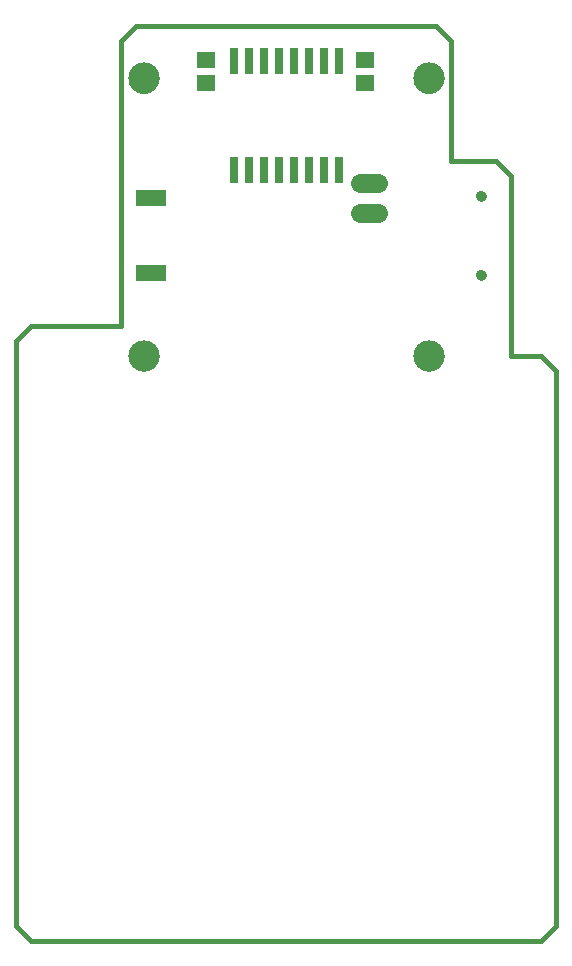
<source format=gbs>
G75*
%MOIN*%
%OFA0B0*%
%FSLAX24Y24*%
%IPPOS*%
%LPD*%
%AMOC8*
5,1,8,0,0,1.08239X$1,22.5*
%
%ADD10C,0.0160*%
%ADD11C,0.0000*%
%ADD12C,0.1040*%
%ADD13R,0.0276X0.0906*%
%ADD14C,0.0640*%
%ADD15R,0.0631X0.0552*%
%ADD16C,0.0355*%
%ADD17R,0.1040X0.0540*%
D10*
X000180Y001125D02*
X000680Y000625D01*
X017680Y000625D01*
X018180Y001125D01*
X018180Y019625D01*
X017680Y020125D01*
X016680Y020125D01*
X016680Y026125D01*
X016180Y026625D01*
X014680Y026625D01*
X014680Y030625D01*
X014180Y031125D01*
X004180Y031125D01*
X003680Y030625D01*
X003680Y021125D01*
X000680Y021125D01*
X000180Y020625D01*
X000180Y001125D01*
D11*
X003930Y020125D02*
X003932Y020169D01*
X003938Y020213D01*
X003948Y020256D01*
X003961Y020298D01*
X003978Y020339D01*
X003999Y020378D01*
X004023Y020415D01*
X004050Y020450D01*
X004080Y020482D01*
X004113Y020512D01*
X004149Y020538D01*
X004186Y020562D01*
X004226Y020581D01*
X004267Y020598D01*
X004310Y020610D01*
X004353Y020619D01*
X004397Y020624D01*
X004441Y020625D01*
X004485Y020622D01*
X004529Y020615D01*
X004572Y020604D01*
X004614Y020590D01*
X004654Y020572D01*
X004693Y020550D01*
X004729Y020526D01*
X004763Y020498D01*
X004795Y020467D01*
X004824Y020433D01*
X004850Y020397D01*
X004872Y020359D01*
X004891Y020319D01*
X004906Y020277D01*
X004918Y020235D01*
X004926Y020191D01*
X004930Y020147D01*
X004930Y020103D01*
X004926Y020059D01*
X004918Y020015D01*
X004906Y019973D01*
X004891Y019931D01*
X004872Y019891D01*
X004850Y019853D01*
X004824Y019817D01*
X004795Y019783D01*
X004763Y019752D01*
X004729Y019724D01*
X004693Y019700D01*
X004654Y019678D01*
X004614Y019660D01*
X004572Y019646D01*
X004529Y019635D01*
X004485Y019628D01*
X004441Y019625D01*
X004397Y019626D01*
X004353Y019631D01*
X004310Y019640D01*
X004267Y019652D01*
X004226Y019669D01*
X004186Y019688D01*
X004149Y019712D01*
X004113Y019738D01*
X004080Y019768D01*
X004050Y019800D01*
X004023Y019835D01*
X003999Y019872D01*
X003978Y019911D01*
X003961Y019952D01*
X003948Y019994D01*
X003938Y020037D01*
X003932Y020081D01*
X003930Y020125D01*
X003930Y029375D02*
X003932Y029419D01*
X003938Y029463D01*
X003948Y029506D01*
X003961Y029548D01*
X003978Y029589D01*
X003999Y029628D01*
X004023Y029665D01*
X004050Y029700D01*
X004080Y029732D01*
X004113Y029762D01*
X004149Y029788D01*
X004186Y029812D01*
X004226Y029831D01*
X004267Y029848D01*
X004310Y029860D01*
X004353Y029869D01*
X004397Y029874D01*
X004441Y029875D01*
X004485Y029872D01*
X004529Y029865D01*
X004572Y029854D01*
X004614Y029840D01*
X004654Y029822D01*
X004693Y029800D01*
X004729Y029776D01*
X004763Y029748D01*
X004795Y029717D01*
X004824Y029683D01*
X004850Y029647D01*
X004872Y029609D01*
X004891Y029569D01*
X004906Y029527D01*
X004918Y029485D01*
X004926Y029441D01*
X004930Y029397D01*
X004930Y029353D01*
X004926Y029309D01*
X004918Y029265D01*
X004906Y029223D01*
X004891Y029181D01*
X004872Y029141D01*
X004850Y029103D01*
X004824Y029067D01*
X004795Y029033D01*
X004763Y029002D01*
X004729Y028974D01*
X004693Y028950D01*
X004654Y028928D01*
X004614Y028910D01*
X004572Y028896D01*
X004529Y028885D01*
X004485Y028878D01*
X004441Y028875D01*
X004397Y028876D01*
X004353Y028881D01*
X004310Y028890D01*
X004267Y028902D01*
X004226Y028919D01*
X004186Y028938D01*
X004149Y028962D01*
X004113Y028988D01*
X004080Y029018D01*
X004050Y029050D01*
X004023Y029085D01*
X003999Y029122D01*
X003978Y029161D01*
X003961Y029202D01*
X003948Y029244D01*
X003938Y029287D01*
X003932Y029331D01*
X003930Y029375D01*
X013430Y029375D02*
X013432Y029419D01*
X013438Y029463D01*
X013448Y029506D01*
X013461Y029548D01*
X013478Y029589D01*
X013499Y029628D01*
X013523Y029665D01*
X013550Y029700D01*
X013580Y029732D01*
X013613Y029762D01*
X013649Y029788D01*
X013686Y029812D01*
X013726Y029831D01*
X013767Y029848D01*
X013810Y029860D01*
X013853Y029869D01*
X013897Y029874D01*
X013941Y029875D01*
X013985Y029872D01*
X014029Y029865D01*
X014072Y029854D01*
X014114Y029840D01*
X014154Y029822D01*
X014193Y029800D01*
X014229Y029776D01*
X014263Y029748D01*
X014295Y029717D01*
X014324Y029683D01*
X014350Y029647D01*
X014372Y029609D01*
X014391Y029569D01*
X014406Y029527D01*
X014418Y029485D01*
X014426Y029441D01*
X014430Y029397D01*
X014430Y029353D01*
X014426Y029309D01*
X014418Y029265D01*
X014406Y029223D01*
X014391Y029181D01*
X014372Y029141D01*
X014350Y029103D01*
X014324Y029067D01*
X014295Y029033D01*
X014263Y029002D01*
X014229Y028974D01*
X014193Y028950D01*
X014154Y028928D01*
X014114Y028910D01*
X014072Y028896D01*
X014029Y028885D01*
X013985Y028878D01*
X013941Y028875D01*
X013897Y028876D01*
X013853Y028881D01*
X013810Y028890D01*
X013767Y028902D01*
X013726Y028919D01*
X013686Y028938D01*
X013649Y028962D01*
X013613Y028988D01*
X013580Y029018D01*
X013550Y029050D01*
X013523Y029085D01*
X013499Y029122D01*
X013478Y029161D01*
X013461Y029202D01*
X013448Y029244D01*
X013438Y029287D01*
X013432Y029331D01*
X013430Y029375D01*
X015523Y025444D02*
X015525Y025469D01*
X015531Y025493D01*
X015540Y025515D01*
X015553Y025536D01*
X015569Y025555D01*
X015588Y025571D01*
X015609Y025584D01*
X015631Y025593D01*
X015655Y025599D01*
X015680Y025601D01*
X015705Y025599D01*
X015729Y025593D01*
X015751Y025584D01*
X015772Y025571D01*
X015791Y025555D01*
X015807Y025536D01*
X015820Y025515D01*
X015829Y025493D01*
X015835Y025469D01*
X015837Y025444D01*
X015835Y025419D01*
X015829Y025395D01*
X015820Y025373D01*
X015807Y025352D01*
X015791Y025333D01*
X015772Y025317D01*
X015751Y025304D01*
X015729Y025295D01*
X015705Y025289D01*
X015680Y025287D01*
X015655Y025289D01*
X015631Y025295D01*
X015609Y025304D01*
X015588Y025317D01*
X015569Y025333D01*
X015553Y025352D01*
X015540Y025373D01*
X015531Y025395D01*
X015525Y025419D01*
X015523Y025444D01*
X015523Y022806D02*
X015525Y022831D01*
X015531Y022855D01*
X015540Y022877D01*
X015553Y022898D01*
X015569Y022917D01*
X015588Y022933D01*
X015609Y022946D01*
X015631Y022955D01*
X015655Y022961D01*
X015680Y022963D01*
X015705Y022961D01*
X015729Y022955D01*
X015751Y022946D01*
X015772Y022933D01*
X015791Y022917D01*
X015807Y022898D01*
X015820Y022877D01*
X015829Y022855D01*
X015835Y022831D01*
X015837Y022806D01*
X015835Y022781D01*
X015829Y022757D01*
X015820Y022735D01*
X015807Y022714D01*
X015791Y022695D01*
X015772Y022679D01*
X015751Y022666D01*
X015729Y022657D01*
X015705Y022651D01*
X015680Y022649D01*
X015655Y022651D01*
X015631Y022657D01*
X015609Y022666D01*
X015588Y022679D01*
X015569Y022695D01*
X015553Y022714D01*
X015540Y022735D01*
X015531Y022757D01*
X015525Y022781D01*
X015523Y022806D01*
X013430Y020125D02*
X013432Y020169D01*
X013438Y020213D01*
X013448Y020256D01*
X013461Y020298D01*
X013478Y020339D01*
X013499Y020378D01*
X013523Y020415D01*
X013550Y020450D01*
X013580Y020482D01*
X013613Y020512D01*
X013649Y020538D01*
X013686Y020562D01*
X013726Y020581D01*
X013767Y020598D01*
X013810Y020610D01*
X013853Y020619D01*
X013897Y020624D01*
X013941Y020625D01*
X013985Y020622D01*
X014029Y020615D01*
X014072Y020604D01*
X014114Y020590D01*
X014154Y020572D01*
X014193Y020550D01*
X014229Y020526D01*
X014263Y020498D01*
X014295Y020467D01*
X014324Y020433D01*
X014350Y020397D01*
X014372Y020359D01*
X014391Y020319D01*
X014406Y020277D01*
X014418Y020235D01*
X014426Y020191D01*
X014430Y020147D01*
X014430Y020103D01*
X014426Y020059D01*
X014418Y020015D01*
X014406Y019973D01*
X014391Y019931D01*
X014372Y019891D01*
X014350Y019853D01*
X014324Y019817D01*
X014295Y019783D01*
X014263Y019752D01*
X014229Y019724D01*
X014193Y019700D01*
X014154Y019678D01*
X014114Y019660D01*
X014072Y019646D01*
X014029Y019635D01*
X013985Y019628D01*
X013941Y019625D01*
X013897Y019626D01*
X013853Y019631D01*
X013810Y019640D01*
X013767Y019652D01*
X013726Y019669D01*
X013686Y019688D01*
X013649Y019712D01*
X013613Y019738D01*
X013580Y019768D01*
X013550Y019800D01*
X013523Y019835D01*
X013499Y019872D01*
X013478Y019911D01*
X013461Y019952D01*
X013448Y019994D01*
X013438Y020037D01*
X013432Y020081D01*
X013430Y020125D01*
D12*
X013930Y020125D03*
X013930Y029375D03*
X004430Y029375D03*
X004430Y020125D03*
D13*
X007430Y026314D03*
X007930Y026314D03*
X008430Y026314D03*
X008930Y026314D03*
X009430Y026314D03*
X009930Y026314D03*
X010430Y026314D03*
X010930Y026314D03*
X010930Y029936D03*
X010430Y029936D03*
X009930Y029936D03*
X009430Y029936D03*
X008930Y029936D03*
X008430Y029936D03*
X007930Y029936D03*
X007430Y029936D03*
D14*
X011630Y025875D02*
X012230Y025875D01*
X012230Y024875D02*
X011630Y024875D01*
D15*
X011804Y029219D03*
X011804Y029968D03*
X006523Y029968D03*
X006523Y029219D03*
D16*
X015680Y025444D03*
X015680Y022806D03*
D17*
X004680Y022875D03*
X004680Y025375D03*
M02*

</source>
